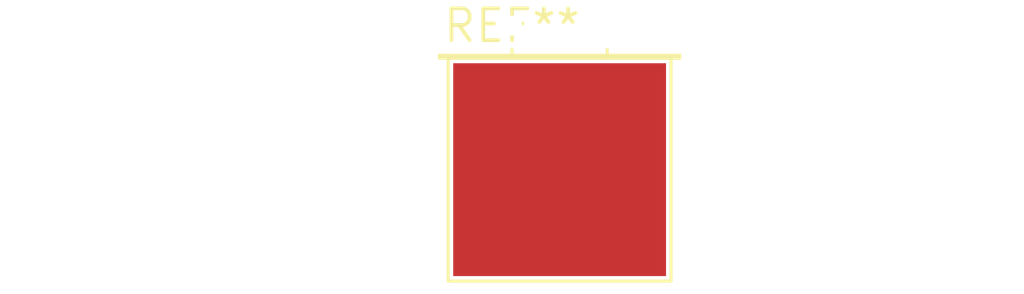
<source format=kicad_pcb>
(kicad_pcb (version 20240108) (generator pcbnew)
  (layers (0 "F.Cu" signal) (31 "B.Cu" signal) (34 "B.Paste" user) (35 "F.Paste" user) (36 "B.SilkS" user "B.Silkscreen") (37 "F.SilkS" user "F.Silkscreen") (38 "B.Mask" user) (39 "F.Mask" user) (44 "Edge.Cuts" user))
  (net 0 "")
  (footprint "Crystal_HC52-8mm_Horizontal_1EP_style1" (layer "F.Cu") (at 0 0)
    (property "Reference" "REF**")
    (property "Value" "Crystal_HC52-8mm_Horizontal_1EP_style1")
    (fp_line (start -2.9 1.18) (end 6.7 1.18) (layer "F.SilkS") (stroke (width 0.12)))
    (fp_line (start -2.9 1.3) (end -2.9 1.18) (layer "F.SilkS") (stroke (width 0.12)))
    (fp_line (start -2.55 1.3) (end -2.55 10.2) (layer "F.SilkS") (stroke (width 0.12)))
    (fp_line (start -2.55 10.2) (end 6.35 10.2) (layer "F.SilkS") (stroke (width 0.12)))
    (fp_line (start 0 0.95) (end 0 0.95) (layer "F.SilkS") (stroke (width 0.12)))
    (fp_line (start 0 1.3) (end 0 0.95) (layer "F.SilkS") (stroke (width 0.12)))
    (fp_line (start 3.8 0.95) (end 3.8 0.95) (layer "F.SilkS") (stroke (width 0.12)))
    (fp_line (start 3.8 1.3) (end 3.8 0.95) (layer "F.SilkS") (stroke (width 0.12)))
    (fp_line (start 6.35 1.3) (end -2.55 1.3) (layer "F.SilkS") (stroke (width 0.12)))
    (fp_line (start 6.35 10.2) (end 6.35 1.3) (layer "F.SilkS") (stroke (width 0.12)))
    (fp_line (start 6.7 1.18) (end 6.7 1.3) (layer "F.SilkS") (stroke (width 0.12)))
    (fp_line (start 6.7 1.3) (end -2.9 1.3) (layer "F.SilkS") (stroke (width 0.12)))
    (pad "1" thru_hole circle (at 0 0) (size 1.5 1.5) (drill 0.8) (layers *.Cu *.Mask) (remove_unused_layers))
    (pad "2" thru_hole circle (at 3.8 0) (size 1.5 1.5) (drill 0.8) (layers *.Cu *.Mask) (remove_unused_layers))
    (pad "3" smd rect (at 1.9 5.75) (size 8.5 8.5) (layers "F.Cu" "F.Paste" "F.Mask"))
  )
)
</source>
